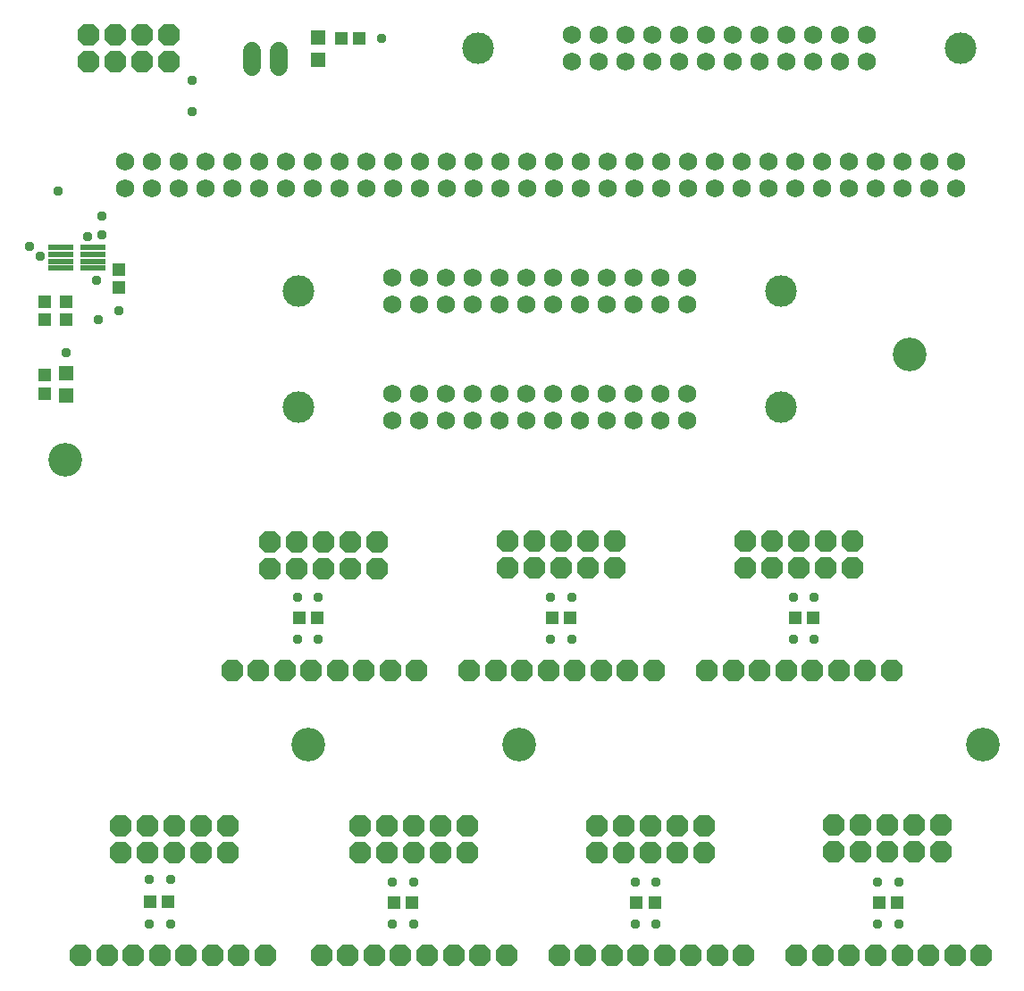
<source format=gbr>
G04 EAGLE Gerber RS-274X export*
G75*
%MOMM*%
%FSLAX34Y34*%
%LPD*%
%AMOC8*
5,1,8,0,0,1.08239X$1,22.5*%
G01*
%ADD10C,3.203200*%
%ADD11P,2.254402X8X22.500000*%
%ADD12P,2.254402X8X202.500000*%
%ADD13C,1.733200*%
%ADD14C,2.997200*%
%ADD15C,1.727200*%
%ADD16R,1.303200X1.203200*%
%ADD17R,2.399300X0.615400*%
%ADD18R,1.203200X1.303200*%
%ADD19R,1.403200X1.403200*%
%ADD20C,0.959600*%


D10*
X280000Y280000D03*
X480000Y280000D03*
X50000Y550000D03*
X920000Y280000D03*
X850000Y650000D03*
D11*
X139500Y80000D03*
X114500Y80000D03*
X89500Y80000D03*
X64500Y80000D03*
X164500Y80000D03*
X189500Y80000D03*
X214500Y80000D03*
X239500Y80000D03*
X368000Y80000D03*
X343000Y80000D03*
X318000Y80000D03*
X293000Y80000D03*
X393000Y80000D03*
X418000Y80000D03*
X443000Y80000D03*
X468000Y80000D03*
X593000Y80000D03*
X568000Y80000D03*
X543000Y80000D03*
X518000Y80000D03*
X618000Y80000D03*
X643000Y80000D03*
X668000Y80000D03*
X693000Y80000D03*
X508000Y350000D03*
X483000Y350000D03*
X458000Y350000D03*
X433000Y350000D03*
X533000Y350000D03*
X558000Y350000D03*
X583000Y350000D03*
X608000Y350000D03*
X283000Y350000D03*
X258000Y350000D03*
X233000Y350000D03*
X208000Y350000D03*
X308000Y350000D03*
X333000Y350000D03*
X358000Y350000D03*
X383000Y350000D03*
X818000Y80000D03*
X793000Y80000D03*
X768000Y80000D03*
X743000Y80000D03*
X843000Y80000D03*
X868000Y80000D03*
X893000Y80000D03*
X918000Y80000D03*
X733000Y350000D03*
X708000Y350000D03*
X683000Y350000D03*
X658000Y350000D03*
X758000Y350000D03*
X783000Y350000D03*
X808000Y350000D03*
X833000Y350000D03*
D12*
X204000Y202700D03*
X204000Y177300D03*
X178600Y202700D03*
X178600Y177300D03*
X153200Y202700D03*
X153200Y177300D03*
X127800Y202700D03*
X127800Y177300D03*
X102400Y202700D03*
X102400Y177300D03*
X431260Y202700D03*
X431260Y177300D03*
X405860Y202700D03*
X405860Y177300D03*
X380460Y202700D03*
X380460Y177300D03*
X355060Y202700D03*
X355060Y177300D03*
X329660Y202700D03*
X329660Y177300D03*
X655800Y202700D03*
X655800Y177300D03*
X630400Y202700D03*
X630400Y177300D03*
X605000Y202700D03*
X605000Y177300D03*
X579600Y202700D03*
X579600Y177300D03*
X554200Y202700D03*
X554200Y177300D03*
X880100Y204160D03*
X880100Y178760D03*
X854700Y204160D03*
X854700Y178760D03*
X829300Y204160D03*
X829300Y178760D03*
X803900Y204160D03*
X803900Y178760D03*
X778500Y204160D03*
X778500Y178760D03*
X345440Y472280D03*
X345440Y446880D03*
X320040Y472280D03*
X320040Y446880D03*
X294640Y472280D03*
X294640Y446880D03*
X269240Y472280D03*
X269240Y446880D03*
X243840Y472280D03*
X243840Y446880D03*
X570800Y472700D03*
X570800Y447300D03*
X545400Y472700D03*
X545400Y447300D03*
X520000Y472700D03*
X520000Y447300D03*
X494600Y472700D03*
X494600Y447300D03*
X469200Y472700D03*
X469200Y447300D03*
X795800Y472700D03*
X795800Y447300D03*
X770400Y472700D03*
X770400Y447300D03*
X745000Y472700D03*
X745000Y447300D03*
X719600Y472700D03*
X719600Y447300D03*
X694200Y472700D03*
X694200Y447300D03*
D13*
X360300Y697300D03*
X360300Y722700D03*
X385700Y697300D03*
X385700Y722700D03*
X411100Y697300D03*
X411100Y722700D03*
X436500Y697300D03*
X436500Y722700D03*
X461900Y697300D03*
X461900Y722700D03*
X487300Y697300D03*
X487300Y722700D03*
X512700Y697300D03*
X512700Y722700D03*
X538100Y697300D03*
X538100Y722700D03*
X563500Y697300D03*
X563500Y722700D03*
X588900Y697300D03*
X588900Y722700D03*
X614300Y697300D03*
X614300Y722700D03*
X639700Y697300D03*
X639700Y722700D03*
D14*
X271400Y710000D03*
X728600Y710000D03*
D13*
X360300Y587300D03*
X360300Y612700D03*
X385700Y587300D03*
X385700Y612700D03*
X411100Y587300D03*
X411100Y612700D03*
X436500Y587300D03*
X436500Y612700D03*
X461900Y587300D03*
X461900Y612700D03*
X487300Y587300D03*
X487300Y612700D03*
X512700Y587300D03*
X512700Y612700D03*
X538100Y587300D03*
X538100Y612700D03*
X563500Y587300D03*
X563500Y612700D03*
X588900Y587300D03*
X588900Y612700D03*
X614300Y587300D03*
X614300Y612700D03*
X639700Y587300D03*
X639700Y612700D03*
D14*
X271400Y600000D03*
X728600Y600000D03*
D13*
X106680Y807560D03*
X106680Y832960D03*
X132080Y807560D03*
X132080Y832960D03*
X157480Y807560D03*
X157480Y832960D03*
X182880Y807560D03*
X182880Y832960D03*
X208280Y807560D03*
X208280Y832960D03*
X233680Y807560D03*
X233680Y832960D03*
X259080Y807560D03*
X259080Y832960D03*
X284480Y807560D03*
X284480Y832960D03*
X309880Y807560D03*
X309880Y832960D03*
X335280Y807560D03*
X335280Y832960D03*
X360680Y807560D03*
X360680Y832960D03*
X386080Y807560D03*
X386080Y832960D03*
X411480Y807560D03*
X411480Y832960D03*
X436880Y807560D03*
X436880Y832960D03*
X462280Y807560D03*
X462280Y832960D03*
X487680Y807560D03*
X487680Y832960D03*
X513080Y807560D03*
X513080Y832960D03*
X538480Y807560D03*
X538480Y832960D03*
X563880Y807560D03*
X563880Y832960D03*
X589280Y807560D03*
X589280Y832960D03*
X614680Y807560D03*
X614680Y832960D03*
X640080Y807560D03*
X640080Y832960D03*
X665480Y807560D03*
X665480Y832960D03*
X690880Y807560D03*
X690880Y832960D03*
X716280Y807560D03*
X716280Y832960D03*
X741680Y807560D03*
X741680Y832960D03*
X767080Y807560D03*
X767080Y832960D03*
X792480Y807560D03*
X792480Y832960D03*
X817880Y807560D03*
X817880Y832960D03*
X843280Y807560D03*
X843280Y832960D03*
X868680Y807560D03*
X868680Y832960D03*
X894080Y807560D03*
X894080Y832960D03*
D15*
X227300Y922380D02*
X227300Y937620D01*
X252700Y937620D02*
X252700Y922380D01*
D16*
X130780Y131280D03*
X147780Y131280D03*
D17*
X45691Y751430D03*
X45691Y744930D03*
X45691Y738430D03*
X45691Y731930D03*
X76229Y731930D03*
X76229Y738430D03*
X76229Y744930D03*
X76229Y751430D03*
D18*
X50960Y700180D03*
X50960Y683180D03*
X30960Y700180D03*
X30960Y683180D03*
X100960Y713180D03*
X100960Y730180D03*
D13*
X530300Y927300D03*
X530300Y952700D03*
X555700Y927300D03*
X555700Y952700D03*
X581100Y927300D03*
X581100Y952700D03*
X606500Y927300D03*
X606500Y952700D03*
X631900Y927300D03*
X631900Y952700D03*
X657300Y927300D03*
X657300Y952700D03*
X682700Y927300D03*
X682700Y952700D03*
X708100Y927300D03*
X708100Y952700D03*
X733500Y927300D03*
X733500Y952700D03*
X758900Y927300D03*
X758900Y952700D03*
X784300Y927300D03*
X784300Y952700D03*
X809700Y927300D03*
X809700Y952700D03*
D14*
X441400Y940000D03*
X898600Y940000D03*
D16*
X361500Y130000D03*
X378500Y130000D03*
X591500Y130000D03*
X608500Y130000D03*
X821500Y130000D03*
X838500Y130000D03*
X271500Y400000D03*
X288500Y400000D03*
X511500Y400000D03*
X528500Y400000D03*
X741500Y400000D03*
X758500Y400000D03*
D19*
X50960Y611180D03*
X50960Y632180D03*
D18*
X30960Y630180D03*
X30960Y613180D03*
D12*
X148100Y952700D03*
X148100Y927300D03*
X122700Y952700D03*
X122700Y927300D03*
X97300Y952700D03*
X97300Y927300D03*
X71900Y952700D03*
X71900Y927300D03*
D19*
X290000Y950500D03*
X290000Y929500D03*
D16*
X328500Y950000D03*
X311500Y950000D03*
D20*
X149860Y152400D03*
X150000Y110000D03*
X380000Y150000D03*
X380000Y110000D03*
X610000Y150000D03*
X610000Y110000D03*
X840000Y150000D03*
X840000Y110000D03*
X530000Y420000D03*
X530000Y380000D03*
X760000Y420000D03*
X760000Y380000D03*
X100960Y691680D03*
X290000Y380000D03*
X290000Y420000D03*
X81280Y683260D03*
X350000Y950000D03*
X130000Y110000D03*
X129540Y152400D03*
X360000Y150000D03*
X360000Y110000D03*
X590000Y150000D03*
X590000Y110000D03*
X820000Y150000D03*
X820000Y110000D03*
X510000Y420000D03*
X510000Y380000D03*
X740000Y420000D03*
X740000Y380000D03*
X50960Y651680D03*
X70960Y761680D03*
X270000Y420000D03*
X270000Y380000D03*
X84780Y763680D03*
X84780Y781460D03*
X170000Y880000D03*
X170000Y910000D03*
X79700Y720180D03*
X43180Y804700D03*
X26360Y743040D03*
X16200Y752500D03*
M02*

</source>
